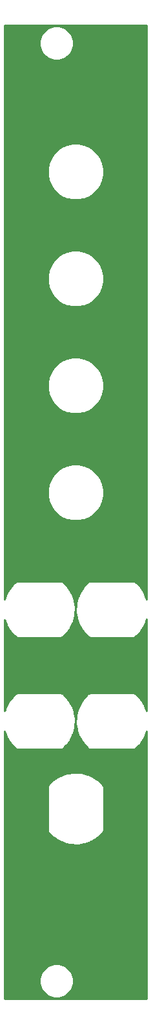
<source format=gbr>
G04 #@! TF.GenerationSoftware,KiCad,Pcbnew,(5.1.10)-1*
G04 #@! TF.CreationDate,2021-05-24T09:52:05+02:00*
G04 #@! TF.ProjectId,4CH Mixer Front,34434820-4d69-4786-9572-2046726f6e74,rev?*
G04 #@! TF.SameCoordinates,Original*
G04 #@! TF.FileFunction,Copper,L2,Bot*
G04 #@! TF.FilePolarity,Positive*
%FSLAX46Y46*%
G04 Gerber Fmt 4.6, Leading zero omitted, Abs format (unit mm)*
G04 Created by KiCad (PCBNEW (5.1.10)-1) date 2021-05-24 09:52:05*
%MOMM*%
%LPD*%
G01*
G04 APERTURE LIST*
G04 #@! TA.AperFunction,NonConductor*
%ADD10C,0.254000*%
G04 #@! TD*
G04 #@! TA.AperFunction,NonConductor*
%ADD11C,0.100000*%
G04 #@! TD*
G04 APERTURE END LIST*
D10*
X19315001Y-75638929D02*
X19084284Y-74990775D01*
X19057848Y-74934580D01*
X19032214Y-74878053D01*
X19027375Y-74869803D01*
X18621427Y-74188649D01*
X18584593Y-74138677D01*
X18548455Y-74088189D01*
X18542106Y-74081036D01*
X18022069Y-73503349D01*
X17989193Y-73463289D01*
X17884889Y-73377688D01*
X17765888Y-73314081D01*
X17636765Y-73274912D01*
X17536129Y-73265000D01*
X11988871Y-73265000D01*
X11888235Y-73274912D01*
X11759112Y-73314081D01*
X11640111Y-73377688D01*
X11535807Y-73463289D01*
X11513590Y-73490360D01*
X11257389Y-73748356D01*
X11228702Y-73783530D01*
X11197869Y-73816819D01*
X11192139Y-73824477D01*
X10721519Y-74462663D01*
X10689738Y-74515963D01*
X10657186Y-74568863D01*
X10653052Y-74577488D01*
X10315352Y-75294932D01*
X10294534Y-75353377D01*
X10272871Y-75411606D01*
X10270492Y-75420869D01*
X10078576Y-76190241D01*
X10069501Y-76251649D01*
X10059567Y-76312945D01*
X10059031Y-76322494D01*
X10020209Y-77114490D01*
X10023236Y-77176512D01*
X10025396Y-77238548D01*
X10026725Y-77248019D01*
X10142475Y-78032474D01*
X10157488Y-78092716D01*
X10171659Y-78153162D01*
X10174803Y-78162194D01*
X10440716Y-78909225D01*
X10467152Y-78965420D01*
X10492786Y-79021947D01*
X10497625Y-79030197D01*
X10903573Y-79711351D01*
X10940423Y-79761345D01*
X10976545Y-79811811D01*
X10982894Y-79818964D01*
X11502931Y-80396651D01*
X11535807Y-80436711D01*
X11640111Y-80522312D01*
X11759112Y-80585919D01*
X11888235Y-80625088D01*
X11988871Y-80635000D01*
X17536129Y-80635000D01*
X17636765Y-80625088D01*
X17765888Y-80585919D01*
X17884889Y-80522312D01*
X17989193Y-80436711D01*
X18011406Y-80409644D01*
X18267610Y-80151644D01*
X18296295Y-80116473D01*
X18327131Y-80083180D01*
X18332861Y-80075523D01*
X18803482Y-79437337D01*
X18835288Y-79383995D01*
X18867815Y-79331136D01*
X18871948Y-79322511D01*
X18871949Y-79322510D01*
X18871951Y-79322505D01*
X19209648Y-78605068D01*
X19230463Y-78546634D01*
X19252129Y-78488394D01*
X19254508Y-78479131D01*
X19315001Y-78236622D01*
X19315001Y-90243929D01*
X19084284Y-89595775D01*
X19057848Y-89539580D01*
X19032214Y-89483053D01*
X19027375Y-89474803D01*
X18621427Y-88793649D01*
X18584593Y-88743677D01*
X18548455Y-88693189D01*
X18542106Y-88686036D01*
X18022069Y-88108349D01*
X17989193Y-88068289D01*
X17884889Y-87982688D01*
X17765888Y-87919081D01*
X17636765Y-87879912D01*
X17536129Y-87870000D01*
X11988871Y-87870000D01*
X11888235Y-87879912D01*
X11759112Y-87919081D01*
X11640111Y-87982688D01*
X11535807Y-88068289D01*
X11513590Y-88095360D01*
X11257389Y-88353356D01*
X11228702Y-88388530D01*
X11197869Y-88421819D01*
X11192139Y-88429477D01*
X10721519Y-89067663D01*
X10689738Y-89120963D01*
X10657186Y-89173863D01*
X10653052Y-89182488D01*
X10315352Y-89899932D01*
X10294534Y-89958377D01*
X10272871Y-90016606D01*
X10270492Y-90025869D01*
X10078576Y-90795241D01*
X10069501Y-90856649D01*
X10059567Y-90917945D01*
X10059031Y-90927494D01*
X10020209Y-91719490D01*
X10023236Y-91781512D01*
X10025396Y-91843548D01*
X10026725Y-91853019D01*
X10142475Y-92637474D01*
X10157488Y-92697716D01*
X10171659Y-92758162D01*
X10174803Y-92767194D01*
X10440716Y-93514225D01*
X10467152Y-93570420D01*
X10492786Y-93626947D01*
X10497625Y-93635197D01*
X10903573Y-94316351D01*
X10940423Y-94366345D01*
X10976545Y-94416811D01*
X10982894Y-94423964D01*
X11502931Y-95001651D01*
X11535807Y-95041711D01*
X11640111Y-95127312D01*
X11759112Y-95190919D01*
X11888235Y-95230088D01*
X11988871Y-95240000D01*
X17536129Y-95240000D01*
X17636765Y-95230088D01*
X17765888Y-95190919D01*
X17884889Y-95127312D01*
X17989193Y-95041711D01*
X18011406Y-95014644D01*
X18267610Y-94756644D01*
X18296295Y-94721473D01*
X18327131Y-94688180D01*
X18332861Y-94680523D01*
X18803482Y-94042337D01*
X18835288Y-93988995D01*
X18867815Y-93936136D01*
X18871948Y-93927511D01*
X18871949Y-93927510D01*
X18871951Y-93927505D01*
X19209648Y-93210068D01*
X19230463Y-93151634D01*
X19252129Y-93093394D01*
X19254508Y-93084131D01*
X19315001Y-92841622D01*
X19315001Y-127815000D01*
X685000Y-127815000D01*
X685000Y-125279872D01*
X5265000Y-125279872D01*
X5265000Y-125720128D01*
X5350890Y-126151925D01*
X5519369Y-126558669D01*
X5763962Y-126924729D01*
X6075271Y-127236038D01*
X6441331Y-127480631D01*
X6848075Y-127649110D01*
X7279872Y-127735000D01*
X7720128Y-127735000D01*
X8151925Y-127649110D01*
X8558669Y-127480631D01*
X8924729Y-127236038D01*
X9236038Y-126924729D01*
X9480631Y-126558669D01*
X9649110Y-126151925D01*
X9735000Y-125720128D01*
X9735000Y-125279872D01*
X9649110Y-124848075D01*
X9480631Y-124441331D01*
X9236038Y-124075271D01*
X8924729Y-123763962D01*
X8558669Y-123519369D01*
X8151925Y-123350890D01*
X7720128Y-123265000D01*
X7279872Y-123265000D01*
X6848075Y-123350890D01*
X6441331Y-123519369D01*
X6075271Y-123763962D01*
X5763962Y-124075271D01*
X5519369Y-124441331D01*
X5350890Y-124848075D01*
X5265000Y-125279872D01*
X685000Y-125279872D01*
X685000Y-105758628D01*
X6315000Y-105758628D01*
X6324912Y-105859264D01*
X6364081Y-105988387D01*
X6427688Y-106107388D01*
X6513289Y-106211692D01*
X6540351Y-106233902D01*
X6798356Y-106490110D01*
X6833527Y-106518795D01*
X6866820Y-106549631D01*
X6874477Y-106555361D01*
X7512663Y-107025982D01*
X7566005Y-107057788D01*
X7618864Y-107090315D01*
X7627486Y-107094446D01*
X7627490Y-107094449D01*
X7627495Y-107094451D01*
X8344932Y-107432148D01*
X8403366Y-107452963D01*
X8461606Y-107474629D01*
X8470869Y-107477008D01*
X9240241Y-107668924D01*
X9301649Y-107677999D01*
X9362945Y-107687933D01*
X9372494Y-107688469D01*
X10164490Y-107727291D01*
X10226512Y-107724264D01*
X10288548Y-107722104D01*
X10298019Y-107720775D01*
X11082474Y-107605025D01*
X11142716Y-107590012D01*
X11203162Y-107575841D01*
X11212194Y-107572697D01*
X11959225Y-107306784D01*
X12015420Y-107280348D01*
X12071947Y-107254714D01*
X12080197Y-107249875D01*
X12761351Y-106843927D01*
X12811345Y-106807077D01*
X12861811Y-106770955D01*
X12868964Y-106764606D01*
X13446662Y-106244560D01*
X13486710Y-106211693D01*
X13572312Y-106107389D01*
X13635919Y-105988388D01*
X13675088Y-105859265D01*
X13685000Y-105758629D01*
X13685000Y-100211371D01*
X13675088Y-100110735D01*
X13635919Y-99981612D01*
X13572312Y-99862611D01*
X13486711Y-99758307D01*
X13459640Y-99736090D01*
X13201644Y-99479889D01*
X13166470Y-99451202D01*
X13133181Y-99420369D01*
X13125523Y-99414639D01*
X12487337Y-98944019D01*
X12434037Y-98912238D01*
X12381137Y-98879686D01*
X12372512Y-98875552D01*
X11655068Y-98537852D01*
X11596623Y-98517034D01*
X11538394Y-98495371D01*
X11529131Y-98492992D01*
X10759759Y-98301076D01*
X10698351Y-98292001D01*
X10637055Y-98282067D01*
X10627506Y-98281531D01*
X9835510Y-98242709D01*
X9773488Y-98245736D01*
X9711452Y-98247896D01*
X9701981Y-98249225D01*
X8917527Y-98364975D01*
X8857293Y-98379986D01*
X8796838Y-98394159D01*
X8787806Y-98397303D01*
X8040775Y-98663216D01*
X7984580Y-98689652D01*
X7928053Y-98715286D01*
X7919803Y-98720125D01*
X7238649Y-99126073D01*
X7188677Y-99162907D01*
X7138189Y-99199045D01*
X7131036Y-99205394D01*
X6553338Y-99725440D01*
X6513290Y-99758307D01*
X6427689Y-99862611D01*
X6364082Y-99981612D01*
X6324913Y-100110735D01*
X6315001Y-100211371D01*
X6315000Y-105758628D01*
X685000Y-105758628D01*
X685000Y-92866073D01*
X915716Y-93514225D01*
X942152Y-93570420D01*
X967786Y-93626947D01*
X972625Y-93635197D01*
X1378573Y-94316351D01*
X1415423Y-94366345D01*
X1451545Y-94416811D01*
X1457894Y-94423964D01*
X1977931Y-95001651D01*
X2010807Y-95041711D01*
X2115111Y-95127312D01*
X2234112Y-95190919D01*
X2363235Y-95230088D01*
X2463871Y-95240000D01*
X8011129Y-95240000D01*
X8111765Y-95230088D01*
X8240888Y-95190919D01*
X8359889Y-95127312D01*
X8464193Y-95041711D01*
X8486406Y-95014644D01*
X8742610Y-94756644D01*
X8771295Y-94721473D01*
X8802131Y-94688180D01*
X8807861Y-94680523D01*
X9278482Y-94042337D01*
X9310288Y-93988995D01*
X9342815Y-93936136D01*
X9346948Y-93927511D01*
X9346949Y-93927510D01*
X9346951Y-93927505D01*
X9684648Y-93210068D01*
X9705463Y-93151634D01*
X9727129Y-93093394D01*
X9729508Y-93084131D01*
X9921424Y-92314759D01*
X9930499Y-92253351D01*
X9940433Y-92192055D01*
X9940969Y-92182506D01*
X9979791Y-91390510D01*
X9976764Y-91328488D01*
X9974604Y-91266452D01*
X9973275Y-91256981D01*
X9857525Y-90472527D01*
X9842514Y-90412293D01*
X9828341Y-90351838D01*
X9825197Y-90342806D01*
X9559284Y-89595775D01*
X9532848Y-89539580D01*
X9507214Y-89483053D01*
X9502375Y-89474803D01*
X9096427Y-88793649D01*
X9059593Y-88743677D01*
X9023455Y-88693189D01*
X9017106Y-88686036D01*
X8497069Y-88108349D01*
X8464193Y-88068289D01*
X8359889Y-87982688D01*
X8240888Y-87919081D01*
X8111765Y-87879912D01*
X8011129Y-87870000D01*
X2463871Y-87870000D01*
X2363235Y-87879912D01*
X2234112Y-87919081D01*
X2115111Y-87982688D01*
X2010807Y-88068289D01*
X1988590Y-88095360D01*
X1732389Y-88353356D01*
X1703702Y-88388530D01*
X1672869Y-88421819D01*
X1667139Y-88429477D01*
X1196519Y-89067663D01*
X1164738Y-89120963D01*
X1132186Y-89173863D01*
X1128052Y-89182488D01*
X790352Y-89899932D01*
X769534Y-89958377D01*
X747871Y-90016606D01*
X745492Y-90025869D01*
X685000Y-90268375D01*
X685000Y-78261073D01*
X915716Y-78909225D01*
X942152Y-78965420D01*
X967786Y-79021947D01*
X972625Y-79030197D01*
X1378573Y-79711351D01*
X1415423Y-79761345D01*
X1451545Y-79811811D01*
X1457894Y-79818964D01*
X1977931Y-80396651D01*
X2010807Y-80436711D01*
X2115111Y-80522312D01*
X2234112Y-80585919D01*
X2363235Y-80625088D01*
X2463871Y-80635000D01*
X8011129Y-80635000D01*
X8111765Y-80625088D01*
X8240888Y-80585919D01*
X8359889Y-80522312D01*
X8464193Y-80436711D01*
X8486406Y-80409644D01*
X8742610Y-80151644D01*
X8771295Y-80116473D01*
X8802131Y-80083180D01*
X8807861Y-80075523D01*
X9278482Y-79437337D01*
X9310288Y-79383995D01*
X9342815Y-79331136D01*
X9346948Y-79322511D01*
X9346949Y-79322510D01*
X9346951Y-79322505D01*
X9684648Y-78605068D01*
X9705463Y-78546634D01*
X9727129Y-78488394D01*
X9729508Y-78479131D01*
X9921424Y-77709759D01*
X9930499Y-77648351D01*
X9940433Y-77587055D01*
X9940969Y-77577506D01*
X9979791Y-76785510D01*
X9976764Y-76723488D01*
X9974604Y-76661452D01*
X9973275Y-76651981D01*
X9857525Y-75867527D01*
X9842514Y-75807293D01*
X9828341Y-75746838D01*
X9825197Y-75737806D01*
X9559284Y-74990775D01*
X9532848Y-74934580D01*
X9507214Y-74878053D01*
X9502375Y-74869803D01*
X9096427Y-74188649D01*
X9059593Y-74138677D01*
X9023455Y-74088189D01*
X9017106Y-74081036D01*
X8497069Y-73503349D01*
X8464193Y-73463289D01*
X8359889Y-73377688D01*
X8240888Y-73314081D01*
X8111765Y-73274912D01*
X8011129Y-73265000D01*
X2463871Y-73265000D01*
X2363235Y-73274912D01*
X2234112Y-73314081D01*
X2115111Y-73377688D01*
X2010807Y-73463289D01*
X1988590Y-73490360D01*
X1732389Y-73748356D01*
X1703702Y-73783530D01*
X1672869Y-73816819D01*
X1667139Y-73824477D01*
X1196519Y-74462663D01*
X1164738Y-74515963D01*
X1132186Y-74568863D01*
X1128052Y-74577488D01*
X790352Y-75294932D01*
X769534Y-75353377D01*
X747871Y-75411606D01*
X745492Y-75420869D01*
X685000Y-75663375D01*
X685000Y-61332059D01*
X6315000Y-61332059D01*
X6315000Y-62057941D01*
X6456613Y-62769875D01*
X6734395Y-63440502D01*
X7137674Y-64044050D01*
X7650950Y-64557326D01*
X8254498Y-64960605D01*
X8925125Y-65238387D01*
X9637059Y-65380000D01*
X10362941Y-65380000D01*
X11074875Y-65238387D01*
X11745502Y-64960605D01*
X12349050Y-64557326D01*
X12862326Y-64044050D01*
X13265605Y-63440502D01*
X13543387Y-62769875D01*
X13685000Y-62057941D01*
X13685000Y-61332059D01*
X13543387Y-60620125D01*
X13265605Y-59949498D01*
X12862326Y-59345950D01*
X12349050Y-58832674D01*
X11745502Y-58429395D01*
X11074875Y-58151613D01*
X10362941Y-58010000D01*
X9637059Y-58010000D01*
X8925125Y-58151613D01*
X8254498Y-58429395D01*
X7650950Y-58832674D01*
X7137674Y-59345950D01*
X6734395Y-59949498D01*
X6456613Y-60620125D01*
X6315000Y-61332059D01*
X685000Y-61332059D01*
X685000Y-47362059D01*
X6315000Y-47362059D01*
X6315000Y-48087941D01*
X6456613Y-48799875D01*
X6734395Y-49470502D01*
X7137674Y-50074050D01*
X7650950Y-50587326D01*
X8254498Y-50990605D01*
X8925125Y-51268387D01*
X9637059Y-51410000D01*
X10362941Y-51410000D01*
X11074875Y-51268387D01*
X11745502Y-50990605D01*
X12349050Y-50587326D01*
X12862326Y-50074050D01*
X13265605Y-49470502D01*
X13543387Y-48799875D01*
X13685000Y-48087941D01*
X13685000Y-47362059D01*
X13543387Y-46650125D01*
X13265605Y-45979498D01*
X12862326Y-45375950D01*
X12349050Y-44862674D01*
X11745502Y-44459395D01*
X11074875Y-44181613D01*
X10362941Y-44040000D01*
X9637059Y-44040000D01*
X8925125Y-44181613D01*
X8254498Y-44459395D01*
X7650950Y-44862674D01*
X7137674Y-45375950D01*
X6734395Y-45979498D01*
X6456613Y-46650125D01*
X6315000Y-47362059D01*
X685000Y-47362059D01*
X685000Y-33392059D01*
X6315000Y-33392059D01*
X6315000Y-34117941D01*
X6456613Y-34829875D01*
X6734395Y-35500502D01*
X7137674Y-36104050D01*
X7650950Y-36617326D01*
X8254498Y-37020605D01*
X8925125Y-37298387D01*
X9637059Y-37440000D01*
X10362941Y-37440000D01*
X11074875Y-37298387D01*
X11745502Y-37020605D01*
X12349050Y-36617326D01*
X12862326Y-36104050D01*
X13265605Y-35500502D01*
X13543387Y-34829875D01*
X13685000Y-34117941D01*
X13685000Y-33392059D01*
X13543387Y-32680125D01*
X13265605Y-32009498D01*
X12862326Y-31405950D01*
X12349050Y-30892674D01*
X11745502Y-30489395D01*
X11074875Y-30211613D01*
X10362941Y-30070000D01*
X9637059Y-30070000D01*
X8925125Y-30211613D01*
X8254498Y-30489395D01*
X7650950Y-30892674D01*
X7137674Y-31405950D01*
X6734395Y-32009498D01*
X6456613Y-32680125D01*
X6315000Y-33392059D01*
X685000Y-33392059D01*
X685000Y-19422059D01*
X6315000Y-19422059D01*
X6315000Y-20147941D01*
X6456613Y-20859875D01*
X6734395Y-21530502D01*
X7137674Y-22134050D01*
X7650950Y-22647326D01*
X8254498Y-23050605D01*
X8925125Y-23328387D01*
X9637059Y-23470000D01*
X10362941Y-23470000D01*
X11074875Y-23328387D01*
X11745502Y-23050605D01*
X12349050Y-22647326D01*
X12862326Y-22134050D01*
X13265605Y-21530502D01*
X13543387Y-20859875D01*
X13685000Y-20147941D01*
X13685000Y-19422059D01*
X13543387Y-18710125D01*
X13265605Y-18039498D01*
X12862326Y-17435950D01*
X12349050Y-16922674D01*
X11745502Y-16519395D01*
X11074875Y-16241613D01*
X10362941Y-16100000D01*
X9637059Y-16100000D01*
X8925125Y-16241613D01*
X8254498Y-16519395D01*
X7650950Y-16922674D01*
X7137674Y-17435950D01*
X6734395Y-18039498D01*
X6456613Y-18710125D01*
X6315000Y-19422059D01*
X685000Y-19422059D01*
X685000Y-2779872D01*
X5265000Y-2779872D01*
X5265000Y-3220128D01*
X5350890Y-3651925D01*
X5519369Y-4058669D01*
X5763962Y-4424729D01*
X6075271Y-4736038D01*
X6441331Y-4980631D01*
X6848075Y-5149110D01*
X7279872Y-5235000D01*
X7720128Y-5235000D01*
X8151925Y-5149110D01*
X8558669Y-4980631D01*
X8924729Y-4736038D01*
X9236038Y-4424729D01*
X9480631Y-4058669D01*
X9649110Y-3651925D01*
X9735000Y-3220128D01*
X9735000Y-2779872D01*
X9649110Y-2348075D01*
X9480631Y-1941331D01*
X9236038Y-1575271D01*
X8924729Y-1263962D01*
X8558669Y-1019369D01*
X8151925Y-850890D01*
X7720128Y-765000D01*
X7279872Y-765000D01*
X6848075Y-850890D01*
X6441331Y-1019369D01*
X6075271Y-1263962D01*
X5763962Y-1575271D01*
X5519369Y-1941331D01*
X5350890Y-2348075D01*
X5265000Y-2779872D01*
X685000Y-2779872D01*
X685000Y-685000D01*
X19315000Y-685000D01*
X19315001Y-75638929D01*
G04 #@! TA.AperFunction,NonConductor*
D11*
G36*
X19315001Y-75638929D02*
G01*
X19084284Y-74990775D01*
X19057848Y-74934580D01*
X19032214Y-74878053D01*
X19027375Y-74869803D01*
X18621427Y-74188649D01*
X18584593Y-74138677D01*
X18548455Y-74088189D01*
X18542106Y-74081036D01*
X18022069Y-73503349D01*
X17989193Y-73463289D01*
X17884889Y-73377688D01*
X17765888Y-73314081D01*
X17636765Y-73274912D01*
X17536129Y-73265000D01*
X11988871Y-73265000D01*
X11888235Y-73274912D01*
X11759112Y-73314081D01*
X11640111Y-73377688D01*
X11535807Y-73463289D01*
X11513590Y-73490360D01*
X11257389Y-73748356D01*
X11228702Y-73783530D01*
X11197869Y-73816819D01*
X11192139Y-73824477D01*
X10721519Y-74462663D01*
X10689738Y-74515963D01*
X10657186Y-74568863D01*
X10653052Y-74577488D01*
X10315352Y-75294932D01*
X10294534Y-75353377D01*
X10272871Y-75411606D01*
X10270492Y-75420869D01*
X10078576Y-76190241D01*
X10069501Y-76251649D01*
X10059567Y-76312945D01*
X10059031Y-76322494D01*
X10020209Y-77114490D01*
X10023236Y-77176512D01*
X10025396Y-77238548D01*
X10026725Y-77248019D01*
X10142475Y-78032474D01*
X10157488Y-78092716D01*
X10171659Y-78153162D01*
X10174803Y-78162194D01*
X10440716Y-78909225D01*
X10467152Y-78965420D01*
X10492786Y-79021947D01*
X10497625Y-79030197D01*
X10903573Y-79711351D01*
X10940423Y-79761345D01*
X10976545Y-79811811D01*
X10982894Y-79818964D01*
X11502931Y-80396651D01*
X11535807Y-80436711D01*
X11640111Y-80522312D01*
X11759112Y-80585919D01*
X11888235Y-80625088D01*
X11988871Y-80635000D01*
X17536129Y-80635000D01*
X17636765Y-80625088D01*
X17765888Y-80585919D01*
X17884889Y-80522312D01*
X17989193Y-80436711D01*
X18011406Y-80409644D01*
X18267610Y-80151644D01*
X18296295Y-80116473D01*
X18327131Y-80083180D01*
X18332861Y-80075523D01*
X18803482Y-79437337D01*
X18835288Y-79383995D01*
X18867815Y-79331136D01*
X18871948Y-79322511D01*
X18871949Y-79322510D01*
X18871951Y-79322505D01*
X19209648Y-78605068D01*
X19230463Y-78546634D01*
X19252129Y-78488394D01*
X19254508Y-78479131D01*
X19315001Y-78236622D01*
X19315001Y-90243929D01*
X19084284Y-89595775D01*
X19057848Y-89539580D01*
X19032214Y-89483053D01*
X19027375Y-89474803D01*
X18621427Y-88793649D01*
X18584593Y-88743677D01*
X18548455Y-88693189D01*
X18542106Y-88686036D01*
X18022069Y-88108349D01*
X17989193Y-88068289D01*
X17884889Y-87982688D01*
X17765888Y-87919081D01*
X17636765Y-87879912D01*
X17536129Y-87870000D01*
X11988871Y-87870000D01*
X11888235Y-87879912D01*
X11759112Y-87919081D01*
X11640111Y-87982688D01*
X11535807Y-88068289D01*
X11513590Y-88095360D01*
X11257389Y-88353356D01*
X11228702Y-88388530D01*
X11197869Y-88421819D01*
X11192139Y-88429477D01*
X10721519Y-89067663D01*
X10689738Y-89120963D01*
X10657186Y-89173863D01*
X10653052Y-89182488D01*
X10315352Y-89899932D01*
X10294534Y-89958377D01*
X10272871Y-90016606D01*
X10270492Y-90025869D01*
X10078576Y-90795241D01*
X10069501Y-90856649D01*
X10059567Y-90917945D01*
X10059031Y-90927494D01*
X10020209Y-91719490D01*
X10023236Y-91781512D01*
X10025396Y-91843548D01*
X10026725Y-91853019D01*
X10142475Y-92637474D01*
X10157488Y-92697716D01*
X10171659Y-92758162D01*
X10174803Y-92767194D01*
X10440716Y-93514225D01*
X10467152Y-93570420D01*
X10492786Y-93626947D01*
X10497625Y-93635197D01*
X10903573Y-94316351D01*
X10940423Y-94366345D01*
X10976545Y-94416811D01*
X10982894Y-94423964D01*
X11502931Y-95001651D01*
X11535807Y-95041711D01*
X11640111Y-95127312D01*
X11759112Y-95190919D01*
X11888235Y-95230088D01*
X11988871Y-95240000D01*
X17536129Y-95240000D01*
X17636765Y-95230088D01*
X17765888Y-95190919D01*
X17884889Y-95127312D01*
X17989193Y-95041711D01*
X18011406Y-95014644D01*
X18267610Y-94756644D01*
X18296295Y-94721473D01*
X18327131Y-94688180D01*
X18332861Y-94680523D01*
X18803482Y-94042337D01*
X18835288Y-93988995D01*
X18867815Y-93936136D01*
X18871948Y-93927511D01*
X18871949Y-93927510D01*
X18871951Y-93927505D01*
X19209648Y-93210068D01*
X19230463Y-93151634D01*
X19252129Y-93093394D01*
X19254508Y-93084131D01*
X19315001Y-92841622D01*
X19315001Y-127815000D01*
X685000Y-127815000D01*
X685000Y-125279872D01*
X5265000Y-125279872D01*
X5265000Y-125720128D01*
X5350890Y-126151925D01*
X5519369Y-126558669D01*
X5763962Y-126924729D01*
X6075271Y-127236038D01*
X6441331Y-127480631D01*
X6848075Y-127649110D01*
X7279872Y-127735000D01*
X7720128Y-127735000D01*
X8151925Y-127649110D01*
X8558669Y-127480631D01*
X8924729Y-127236038D01*
X9236038Y-126924729D01*
X9480631Y-126558669D01*
X9649110Y-126151925D01*
X9735000Y-125720128D01*
X9735000Y-125279872D01*
X9649110Y-124848075D01*
X9480631Y-124441331D01*
X9236038Y-124075271D01*
X8924729Y-123763962D01*
X8558669Y-123519369D01*
X8151925Y-123350890D01*
X7720128Y-123265000D01*
X7279872Y-123265000D01*
X6848075Y-123350890D01*
X6441331Y-123519369D01*
X6075271Y-123763962D01*
X5763962Y-124075271D01*
X5519369Y-124441331D01*
X5350890Y-124848075D01*
X5265000Y-125279872D01*
X685000Y-125279872D01*
X685000Y-105758628D01*
X6315000Y-105758628D01*
X6324912Y-105859264D01*
X6364081Y-105988387D01*
X6427688Y-106107388D01*
X6513289Y-106211692D01*
X6540351Y-106233902D01*
X6798356Y-106490110D01*
X6833527Y-106518795D01*
X6866820Y-106549631D01*
X6874477Y-106555361D01*
X7512663Y-107025982D01*
X7566005Y-107057788D01*
X7618864Y-107090315D01*
X7627486Y-107094446D01*
X7627490Y-107094449D01*
X7627495Y-107094451D01*
X8344932Y-107432148D01*
X8403366Y-107452963D01*
X8461606Y-107474629D01*
X8470869Y-107477008D01*
X9240241Y-107668924D01*
X9301649Y-107677999D01*
X9362945Y-107687933D01*
X9372494Y-107688469D01*
X10164490Y-107727291D01*
X10226512Y-107724264D01*
X10288548Y-107722104D01*
X10298019Y-107720775D01*
X11082474Y-107605025D01*
X11142716Y-107590012D01*
X11203162Y-107575841D01*
X11212194Y-107572697D01*
X11959225Y-107306784D01*
X12015420Y-107280348D01*
X12071947Y-107254714D01*
X12080197Y-107249875D01*
X12761351Y-106843927D01*
X12811345Y-106807077D01*
X12861811Y-106770955D01*
X12868964Y-106764606D01*
X13446662Y-106244560D01*
X13486710Y-106211693D01*
X13572312Y-106107389D01*
X13635919Y-105988388D01*
X13675088Y-105859265D01*
X13685000Y-105758629D01*
X13685000Y-100211371D01*
X13675088Y-100110735D01*
X13635919Y-99981612D01*
X13572312Y-99862611D01*
X13486711Y-99758307D01*
X13459640Y-99736090D01*
X13201644Y-99479889D01*
X13166470Y-99451202D01*
X13133181Y-99420369D01*
X13125523Y-99414639D01*
X12487337Y-98944019D01*
X12434037Y-98912238D01*
X12381137Y-98879686D01*
X12372512Y-98875552D01*
X11655068Y-98537852D01*
X11596623Y-98517034D01*
X11538394Y-98495371D01*
X11529131Y-98492992D01*
X10759759Y-98301076D01*
X10698351Y-98292001D01*
X10637055Y-98282067D01*
X10627506Y-98281531D01*
X9835510Y-98242709D01*
X9773488Y-98245736D01*
X9711452Y-98247896D01*
X9701981Y-98249225D01*
X8917527Y-98364975D01*
X8857293Y-98379986D01*
X8796838Y-98394159D01*
X8787806Y-98397303D01*
X8040775Y-98663216D01*
X7984580Y-98689652D01*
X7928053Y-98715286D01*
X7919803Y-98720125D01*
X7238649Y-99126073D01*
X7188677Y-99162907D01*
X7138189Y-99199045D01*
X7131036Y-99205394D01*
X6553338Y-99725440D01*
X6513290Y-99758307D01*
X6427689Y-99862611D01*
X6364082Y-99981612D01*
X6324913Y-100110735D01*
X6315001Y-100211371D01*
X6315000Y-105758628D01*
X685000Y-105758628D01*
X685000Y-92866073D01*
X915716Y-93514225D01*
X942152Y-93570420D01*
X967786Y-93626947D01*
X972625Y-93635197D01*
X1378573Y-94316351D01*
X1415423Y-94366345D01*
X1451545Y-94416811D01*
X1457894Y-94423964D01*
X1977931Y-95001651D01*
X2010807Y-95041711D01*
X2115111Y-95127312D01*
X2234112Y-95190919D01*
X2363235Y-95230088D01*
X2463871Y-95240000D01*
X8011129Y-95240000D01*
X8111765Y-95230088D01*
X8240888Y-95190919D01*
X8359889Y-95127312D01*
X8464193Y-95041711D01*
X8486406Y-95014644D01*
X8742610Y-94756644D01*
X8771295Y-94721473D01*
X8802131Y-94688180D01*
X8807861Y-94680523D01*
X9278482Y-94042337D01*
X9310288Y-93988995D01*
X9342815Y-93936136D01*
X9346948Y-93927511D01*
X9346949Y-93927510D01*
X9346951Y-93927505D01*
X9684648Y-93210068D01*
X9705463Y-93151634D01*
X9727129Y-93093394D01*
X9729508Y-93084131D01*
X9921424Y-92314759D01*
X9930499Y-92253351D01*
X9940433Y-92192055D01*
X9940969Y-92182506D01*
X9979791Y-91390510D01*
X9976764Y-91328488D01*
X9974604Y-91266452D01*
X9973275Y-91256981D01*
X9857525Y-90472527D01*
X9842514Y-90412293D01*
X9828341Y-90351838D01*
X9825197Y-90342806D01*
X9559284Y-89595775D01*
X9532848Y-89539580D01*
X9507214Y-89483053D01*
X9502375Y-89474803D01*
X9096427Y-88793649D01*
X9059593Y-88743677D01*
X9023455Y-88693189D01*
X9017106Y-88686036D01*
X8497069Y-88108349D01*
X8464193Y-88068289D01*
X8359889Y-87982688D01*
X8240888Y-87919081D01*
X8111765Y-87879912D01*
X8011129Y-87870000D01*
X2463871Y-87870000D01*
X2363235Y-87879912D01*
X2234112Y-87919081D01*
X2115111Y-87982688D01*
X2010807Y-88068289D01*
X1988590Y-88095360D01*
X1732389Y-88353356D01*
X1703702Y-88388530D01*
X1672869Y-88421819D01*
X1667139Y-88429477D01*
X1196519Y-89067663D01*
X1164738Y-89120963D01*
X1132186Y-89173863D01*
X1128052Y-89182488D01*
X790352Y-89899932D01*
X769534Y-89958377D01*
X747871Y-90016606D01*
X745492Y-90025869D01*
X685000Y-90268375D01*
X685000Y-78261073D01*
X915716Y-78909225D01*
X942152Y-78965420D01*
X967786Y-79021947D01*
X972625Y-79030197D01*
X1378573Y-79711351D01*
X1415423Y-79761345D01*
X1451545Y-79811811D01*
X1457894Y-79818964D01*
X1977931Y-80396651D01*
X2010807Y-80436711D01*
X2115111Y-80522312D01*
X2234112Y-80585919D01*
X2363235Y-80625088D01*
X2463871Y-80635000D01*
X8011129Y-80635000D01*
X8111765Y-80625088D01*
X8240888Y-80585919D01*
X8359889Y-80522312D01*
X8464193Y-80436711D01*
X8486406Y-80409644D01*
X8742610Y-80151644D01*
X8771295Y-80116473D01*
X8802131Y-80083180D01*
X8807861Y-80075523D01*
X9278482Y-79437337D01*
X9310288Y-79383995D01*
X9342815Y-79331136D01*
X9346948Y-79322511D01*
X9346949Y-79322510D01*
X9346951Y-79322505D01*
X9684648Y-78605068D01*
X9705463Y-78546634D01*
X9727129Y-78488394D01*
X9729508Y-78479131D01*
X9921424Y-77709759D01*
X9930499Y-77648351D01*
X9940433Y-77587055D01*
X9940969Y-77577506D01*
X9979791Y-76785510D01*
X9976764Y-76723488D01*
X9974604Y-76661452D01*
X9973275Y-76651981D01*
X9857525Y-75867527D01*
X9842514Y-75807293D01*
X9828341Y-75746838D01*
X9825197Y-75737806D01*
X9559284Y-74990775D01*
X9532848Y-74934580D01*
X9507214Y-74878053D01*
X9502375Y-74869803D01*
X9096427Y-74188649D01*
X9059593Y-74138677D01*
X9023455Y-74088189D01*
X9017106Y-74081036D01*
X8497069Y-73503349D01*
X8464193Y-73463289D01*
X8359889Y-73377688D01*
X8240888Y-73314081D01*
X8111765Y-73274912D01*
X8011129Y-73265000D01*
X2463871Y-73265000D01*
X2363235Y-73274912D01*
X2234112Y-73314081D01*
X2115111Y-73377688D01*
X2010807Y-73463289D01*
X1988590Y-73490360D01*
X1732389Y-73748356D01*
X1703702Y-73783530D01*
X1672869Y-73816819D01*
X1667139Y-73824477D01*
X1196519Y-74462663D01*
X1164738Y-74515963D01*
X1132186Y-74568863D01*
X1128052Y-74577488D01*
X790352Y-75294932D01*
X769534Y-75353377D01*
X747871Y-75411606D01*
X745492Y-75420869D01*
X685000Y-75663375D01*
X685000Y-61332059D01*
X6315000Y-61332059D01*
X6315000Y-62057941D01*
X6456613Y-62769875D01*
X6734395Y-63440502D01*
X7137674Y-64044050D01*
X7650950Y-64557326D01*
X8254498Y-64960605D01*
X8925125Y-65238387D01*
X9637059Y-65380000D01*
X10362941Y-65380000D01*
X11074875Y-65238387D01*
X11745502Y-64960605D01*
X12349050Y-64557326D01*
X12862326Y-64044050D01*
X13265605Y-63440502D01*
X13543387Y-62769875D01*
X13685000Y-62057941D01*
X13685000Y-61332059D01*
X13543387Y-60620125D01*
X13265605Y-59949498D01*
X12862326Y-59345950D01*
X12349050Y-58832674D01*
X11745502Y-58429395D01*
X11074875Y-58151613D01*
X10362941Y-58010000D01*
X9637059Y-58010000D01*
X8925125Y-58151613D01*
X8254498Y-58429395D01*
X7650950Y-58832674D01*
X7137674Y-59345950D01*
X6734395Y-59949498D01*
X6456613Y-60620125D01*
X6315000Y-61332059D01*
X685000Y-61332059D01*
X685000Y-47362059D01*
X6315000Y-47362059D01*
X6315000Y-48087941D01*
X6456613Y-48799875D01*
X6734395Y-49470502D01*
X7137674Y-50074050D01*
X7650950Y-50587326D01*
X8254498Y-50990605D01*
X8925125Y-51268387D01*
X9637059Y-51410000D01*
X10362941Y-51410000D01*
X11074875Y-51268387D01*
X11745502Y-50990605D01*
X12349050Y-50587326D01*
X12862326Y-50074050D01*
X13265605Y-49470502D01*
X13543387Y-48799875D01*
X13685000Y-48087941D01*
X13685000Y-47362059D01*
X13543387Y-46650125D01*
X13265605Y-45979498D01*
X12862326Y-45375950D01*
X12349050Y-44862674D01*
X11745502Y-44459395D01*
X11074875Y-44181613D01*
X10362941Y-44040000D01*
X9637059Y-44040000D01*
X8925125Y-44181613D01*
X8254498Y-44459395D01*
X7650950Y-44862674D01*
X7137674Y-45375950D01*
X6734395Y-45979498D01*
X6456613Y-46650125D01*
X6315000Y-47362059D01*
X685000Y-47362059D01*
X685000Y-33392059D01*
X6315000Y-33392059D01*
X6315000Y-34117941D01*
X6456613Y-34829875D01*
X6734395Y-35500502D01*
X7137674Y-36104050D01*
X7650950Y-36617326D01*
X8254498Y-37020605D01*
X8925125Y-37298387D01*
X9637059Y-37440000D01*
X10362941Y-37440000D01*
X11074875Y-37298387D01*
X11745502Y-37020605D01*
X12349050Y-36617326D01*
X12862326Y-36104050D01*
X13265605Y-35500502D01*
X13543387Y-34829875D01*
X13685000Y-34117941D01*
X13685000Y-33392059D01*
X13543387Y-32680125D01*
X13265605Y-32009498D01*
X12862326Y-31405950D01*
X12349050Y-30892674D01*
X11745502Y-30489395D01*
X11074875Y-30211613D01*
X10362941Y-30070000D01*
X9637059Y-30070000D01*
X8925125Y-30211613D01*
X8254498Y-30489395D01*
X7650950Y-30892674D01*
X7137674Y-31405950D01*
X6734395Y-32009498D01*
X6456613Y-32680125D01*
X6315000Y-33392059D01*
X685000Y-33392059D01*
X685000Y-19422059D01*
X6315000Y-19422059D01*
X6315000Y-20147941D01*
X6456613Y-20859875D01*
X6734395Y-21530502D01*
X7137674Y-22134050D01*
X7650950Y-22647326D01*
X8254498Y-23050605D01*
X8925125Y-23328387D01*
X9637059Y-23470000D01*
X10362941Y-23470000D01*
X11074875Y-23328387D01*
X11745502Y-23050605D01*
X12349050Y-22647326D01*
X12862326Y-22134050D01*
X13265605Y-21530502D01*
X13543387Y-20859875D01*
X13685000Y-20147941D01*
X13685000Y-19422059D01*
X13543387Y-18710125D01*
X13265605Y-18039498D01*
X12862326Y-17435950D01*
X12349050Y-16922674D01*
X11745502Y-16519395D01*
X11074875Y-16241613D01*
X10362941Y-16100000D01*
X9637059Y-16100000D01*
X8925125Y-16241613D01*
X8254498Y-16519395D01*
X7650950Y-16922674D01*
X7137674Y-17435950D01*
X6734395Y-18039498D01*
X6456613Y-18710125D01*
X6315000Y-19422059D01*
X685000Y-19422059D01*
X685000Y-2779872D01*
X5265000Y-2779872D01*
X5265000Y-3220128D01*
X5350890Y-3651925D01*
X5519369Y-4058669D01*
X5763962Y-4424729D01*
X6075271Y-4736038D01*
X6441331Y-4980631D01*
X6848075Y-5149110D01*
X7279872Y-5235000D01*
X7720128Y-5235000D01*
X8151925Y-5149110D01*
X8558669Y-4980631D01*
X8924729Y-4736038D01*
X9236038Y-4424729D01*
X9480631Y-4058669D01*
X9649110Y-3651925D01*
X9735000Y-3220128D01*
X9735000Y-2779872D01*
X9649110Y-2348075D01*
X9480631Y-1941331D01*
X9236038Y-1575271D01*
X8924729Y-1263962D01*
X8558669Y-1019369D01*
X8151925Y-850890D01*
X7720128Y-765000D01*
X7279872Y-765000D01*
X6848075Y-850890D01*
X6441331Y-1019369D01*
X6075271Y-1263962D01*
X5763962Y-1575271D01*
X5519369Y-1941331D01*
X5350890Y-2348075D01*
X5265000Y-2779872D01*
X685000Y-2779872D01*
X685000Y-685000D01*
X19315000Y-685000D01*
X19315001Y-75638929D01*
G37*
G04 #@! TD.AperFunction*
M02*

</source>
